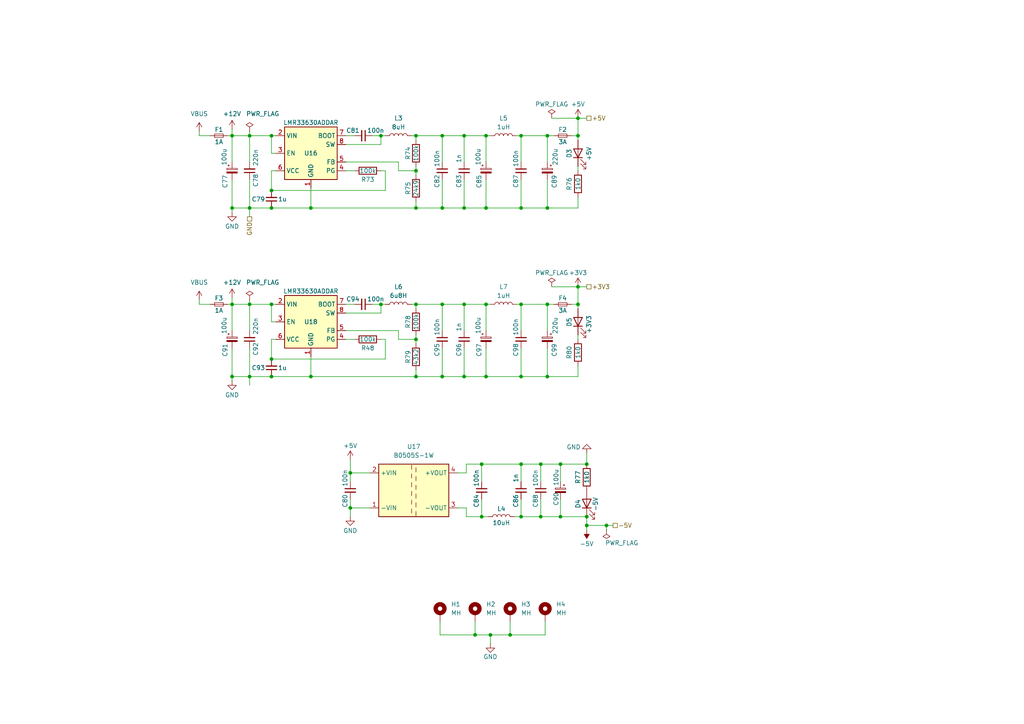
<source format=kicad_sch>
(kicad_sch (version 20231120) (generator "eeschema") (generator_version "8.0")
  (paper "A4")
  (lib_symbols
    (symbol "Counter_main-cache:+12V" (power) (pin_names (offset 0))
      (property "Value" "+12V" (at 0 3.556 0))
      (symbol "+12V_0_1"
        (polyline (pts (xy -0.762 1.27) (xy 0 2.54)))
        (polyline (pts (xy 0 0) (xy 0 2.54)))
        (polyline (pts (xy 0 2.54) (xy 0.762 1.27)))
      )
      (symbol "+12V_1_1"
        (pin power_in line (at 0 0 90) (length 0) hide (name "+12V") (number "1"))
      )
    )
    (symbol "Device:C_Polarized_Small" (pin_numbers hide) (pin_names (offset 0.254) hide)
      (property "Reference" "C" (at 0.254 1.778 0))
      (property "Value" "C_Polarized_Small" (at 0.254 -2.032 0))
      (symbol "C_Polarized_Small_0_1"
        (rectangle (start -1.524 -0.3048) (end 1.524 -0.6858) (fill (type outline)))
        (rectangle (start -1.524 0.6858) (end 1.524 0.3048))
        (polyline (pts (xy -1.27 1.524) (xy -0.762 1.524)))
        (polyline (pts (xy -1.016 1.27) (xy -1.016 1.778)))
      )
      (symbol "C_Polarized_Small_1_1"
        (pin passive line (at 0 2.54 270) (length 1.8542) (name "~") (number "1"))
        (pin passive line (at 0 -2.54 90) (length 1.8542) (name "~") (number "2"))
      )
    )
    (symbol "Device:C_Small" (pin_numbers hide) (pin_names (offset 0.254) hide)
      (property "Reference" "C" (at 0.254 1.778 0))
      (property "Value" "C_Small" (at 0.254 -2.032 0))
      (symbol "C_Small_0_1"
        (polyline (pts (xy -1.524 -0.508) (xy 1.524 -0.508)) (stroke (width 0.3302)))
        (polyline (pts (xy -1.524 0.508) (xy 1.524 0.508)) (stroke (width 0.3048)))
      )
      (symbol "C_Small_1_1"
        (pin passive line (at 0 2.54 270) (length 2.032) (name "~") (number "1"))
        (pin passive line (at 0 -2.54 90) (length 2.032) (name "~") (number "2"))
      )
    )
    (symbol "Device:Fuse_Small" (pin_numbers hide) (pin_names (offset 0.254) hide)
      (property "Reference" "F" (at 0 -1.524 0))
      (property "Value" "Fuse_Small" (at 0 1.524 0))
      (symbol "Fuse_Small_0_1"
        (rectangle (start -1.27 0.508) (end 1.27 -0.508))
        (polyline (pts (xy -1.27 0) (xy 1.27 0)))
      )
      (symbol "Fuse_Small_1_1"
        (pin passive line (at -2.54 0 0) (length 1.27) (name "~") (number "1"))
        (pin passive line (at 2.54 0 180) (length 1.27) (name "~") (number "2"))
      )
    )
    (symbol "Device:L" (pin_numbers hide) (pin_names (offset 1.016) hide)
      (property "Reference" "L" (at -1.27 0 90))
      (property "Value" "L" (at 1.905 0 90))
      (symbol "L_0_1"
        (arc (start 0 -2.54) (mid 0.6323 -1.905) (end 0 -1.27))
        (arc (start 0 -1.27) (mid 0.6323 -0.635) (end 0 0))
        (arc (start 0 0) (mid 0.6323 0.635) (end 0 1.27))
        (arc (start 0 1.27) (mid 0.6323 1.905) (end 0 2.54))
      )
      (symbol "L_1_1"
        (pin passive line (at 0 3.81 270) (length 1.27) (name "1") (number "1"))
        (pin passive line (at 0 -3.81 90) (length 1.27) (name "2") (number "2"))
      )
    )
    (symbol "Device:LED" (pin_numbers hide) (pin_names (offset 1.016) hide)
      (property "Reference" "D" (at 0 2.54 0))
      (property "Value" "LED" (at 0 -2.54 0))
      (symbol "LED_0_1"
        (polyline (pts (xy -1.27 -1.27) (xy -1.27 1.27)) (stroke (width 0.254)))
        (polyline (pts (xy -1.27 0) (xy 1.27 0)))
        (polyline (pts (xy 1.27 -1.27) (xy 1.27 1.27) (xy -1.27 0) (xy 1.27 -1.27)) (stroke (width 0.254)))
        (polyline (pts (xy -3.048 -0.762) (xy -4.572 -2.286) (xy -3.81 -2.286) (xy -4.572 -2.286) (xy -4.572 -1.524)))
        (polyline (pts (xy -1.778 -0.762) (xy -3.302 -2.286) (xy -2.54 -2.286) (xy -3.302 -2.286) (xy -3.302 -1.524)))
      )
      (symbol "LED_1_1"
        (pin passive line (at -3.81 0 0) (length 2.54) (name "K") (number "1"))
        (pin passive line (at 3.81 0 180) (length 2.54) (name "A") (number "2"))
      )
    )
    (symbol "Device:R" (pin_numbers hide) (pin_names (offset 0))
      (property "Reference" "R" (at 2.032 0 90))
      (property "Value" "R" (at 0 0 90))
      (symbol "R_0_1"
        (rectangle (start -1.016 -2.54) (end 1.016 2.54) (stroke (width 0.254)))
      )
      (symbol "R_1_1"
        (pin passive line (at 0 3.81 270) (length 1.27) (name "~") (number "1"))
        (pin passive line (at 0 -3.81 90) (length 1.27) (name "~") (number "2"))
      )
    )
    (symbol "Mechanical:MountingHole_Pad" (pin_numbers hide) (pin_names (offset 1.016) hide) (exclude_from_sim yes) (in_bom no)
      (property "Reference" "H" (at 0 6.35 0))
      (property "Value" "MountingHole_Pad" (at 0 4.445 0))
      (symbol "MountingHole_Pad_0_1"
        (circle (center 0 1.27) (radius 1.27) (stroke (width 1.27)))
      )
      (symbol "MountingHole_Pad_1_1"
        (pin input line (at 0 -2.54 90) (length 2.54) (name "1") (number "1"))
      )
    )
    (symbol "Regulator_Switching:CRE1S0505SC"
      (property "Reference" "U" (at -8.89 8.89 0))
      (property "Value" "CRE1S0505SC" (at 2.54 8.89 0))
      (symbol "CRE1S0505SC_0_1"
        (rectangle (start -10.16 7.62) (end 10.16 -7.62) (stroke (width 0.254)) (fill (type background)))
        (polyline (pts (xy -0.635 -5.334) (xy -0.635 -6.604)))
        (polyline (pts (xy -0.635 -2.794) (xy -0.635 -4.064)))
        (polyline (pts (xy -0.635 -0.254) (xy -0.635 -1.524)))
        (polyline (pts (xy -0.635 2.286) (xy -0.635 1.016)))
        (polyline (pts (xy -0.635 4.826) (xy -0.635 3.556)))
        (polyline (pts (xy -0.635 7.366) (xy -0.635 6.096)))
        (polyline (pts (xy 0.635 -7.366) (xy 0.635 -6.096)))
        (polyline (pts (xy 0.635 -4.826) (xy 0.635 -3.556)))
        (polyline (pts (xy 0.635 -2.286) (xy 0.635 -1.016)))
        (polyline (pts (xy 0.635 0.254) (xy 0.635 1.524)))
        (polyline (pts (xy 0.635 2.794) (xy 0.635 4.064)))
        (polyline (pts (xy 0.635 5.334) (xy 0.635 6.604)))
      )
      (symbol "CRE1S0505SC_1_1"
        (pin power_in line (at -12.7 -5.08 0) (length 2.54) (name "-VIN") (number "1"))
        (pin power_in line (at -12.7 5.08 0) (length 2.54) (name "+VIN") (number "2"))
        (pin power_out line (at 12.7 -5.08 180) (length 2.54) (name "-VOUT") (number "3"))
        (pin power_out line (at 12.7 5.08 180) (length 2.54) (name "+VOUT") (number "4"))
      )
    )
    (symbol "Regulator_Switching:LMR33630BDDA"
      (property "Reference" "U" (at 0 11.43 0))
      (property "Value" "LMR33630BDDA" (at 0 8.89 0))
      (symbol "LMR33630BDDA_0_1"
        (rectangle (start -7.62 7.62) (end 7.62 -7.62) (stroke (width 0.254)) (fill (type background)))
      )
      (symbol "LMR33630BDDA_1_1"
        (pin power_in line (at 0 -10.16 90) (length 2.54) (name "GND") (number "1"))
        (pin power_in line (at -10.16 5.08 0) (length 2.54) (name "VIN") (number "2"))
        (pin input line (at -10.16 0 0) (length 2.54) (name "EN") (number "3"))
        (pin open_collector line (at 10.16 -5.08 180) (length 2.54) (name "PG") (number "4"))
        (pin input line (at 10.16 -2.54 180) (length 2.54) (name "FB") (number "5"))
        (pin power_out line (at -10.16 -5.08 0) (length 2.54) (name "VCC") (number "6"))
        (pin input line (at 10.16 5.08 180) (length 2.54) (name "BOOT") (number "7"))
        (pin output line (at 10.16 2.54 180) (length 2.54) (name "SW") (number "8"))
        (pin passive line (at 0 -10.16 90) (length 2.54) hide (name "GND") (number "9"))
      )
    )
    (symbol "jnj_haz:+5V" (power) (pin_names (offset 0))
      (property "Value" "+5V" (at 0 3.556 0))
      (symbol "+5V_0_1"
        (polyline (pts (xy -0.762 1.27) (xy 0 2.54)))
        (polyline (pts (xy 0 0) (xy 0 2.54)))
        (polyline (pts (xy 0 2.54) (xy 0.762 1.27)))
      )
      (symbol "+5V_1_1"
        (pin power_in line (at 0 0 90) (length 0) hide (name "+5V") (number "1"))
      )
    )
    (symbol "jnj_haz:GND" (power) (pin_names (offset 0))
      (property "Value" "GND" (at 0 -3.81 0))
      (symbol "GND_0_1"
        (polyline (pts (xy 0 0) (xy 0 -1.27) (xy 1.27 -1.27) (xy 0 -2.54) (xy -1.27 -1.27) (xy 0 -1.27)))
      )
      (symbol "GND_1_1"
        (pin power_in line (at 0 0 270) (length 0) hide (name "GND") (number "1"))
      )
    )
    (symbol "power:-5V" (power) (pin_numbers hide) (pin_names (offset 0) hide)
      (property "Value" "-5V" (at 0 3.556 0))
      (symbol "-5V_0_0"
        (pin power_in line (at 0 0 90) (length 0) (name "~") (number "1"))
      )
      (symbol "-5V_0_1"
        (polyline (pts (xy 0 0) (xy 0 1.27) (xy 0.762 1.27) (xy 0 2.54) (xy -0.762 1.27) (xy 0 1.27)) (fill (type outline)))
      )
    )
    (symbol "power:GND" (power) (pin_numbers hide) (pin_names (offset 0) hide)
      (property "Value" "GND" (at 0 -3.81 0))
      (symbol "GND_0_1"
        (polyline (pts (xy 0 0) (xy 0 -1.27) (xy 1.27 -1.27) (xy 0 -2.54) (xy -1.27 -1.27) (xy 0 -1.27)))
      )
      (symbol "GND_1_1"
        (pin power_in line (at 0 0 270) (length 0) (name "~") (number "1"))
      )
    )
    (symbol "power:PWR_FLAG" (power) (pin_numbers hide) (pin_names (offset 0) hide)
      (property "Value" "PWR_FLAG" (at 0 3.81 0))
      (symbol "PWR_FLAG_0_0"
        (pin power_out line (at 0 0 90) (length 0) (name "~") (number "1"))
      )
      (symbol "PWR_FLAG_0_1"
        (polyline (pts (xy 0 0) (xy 0 1.27) (xy -1.016 1.905) (xy 0 2.54) (xy 1.016 1.905) (xy 0 1.27)))
      )
    )
    (symbol "power:VBUS" (power) (pin_numbers hide) (pin_names (offset 0) hide)
      (property "Value" "VBUS" (at 0 3.556 0))
      (symbol "VBUS_0_1"
        (polyline (pts (xy -0.762 1.27) (xy 0 2.54)))
        (polyline (pts (xy 0 0) (xy 0 2.54)))
        (polyline (pts (xy 0 2.54) (xy 0.762 1.27)))
      )
      (symbol "VBUS_1_1"
        (pin power_in line (at 0 0 90) (length 0) (name "~") (number "1"))
      )
    )
  )
  (junction (at 72.39 39.37))
  (junction (at 134.62 88.265))
  (junction (at 140.97 88.265))
  (junction (at 156.845 149.86))
  (junction (at 67.31 39.37))
  (junction (at 151.13 88.265))
  (junction (at 78.74 60.325))
  (junction (at 67.31 60.325))
  (junction (at 158.75 88.265))
  (junction (at 78.74 55.245))
  (junction (at 134.62 39.37))
  (junction (at 128.27 88.265))
  (junction (at 137.795 184.15))
  (junction (at 139.7 134.62))
  (junction (at 162.56 149.86))
  (junction (at 140.97 39.37))
  (junction (at 67.31 109.22))
  (junction (at 167.64 83.185))
  (junction (at 110.49 39.37))
  (junction (at 120.65 98.425))
  (junction (at 72.39 60.325))
  (junction (at 167.64 34.29))
  (junction (at 140.97 109.22))
  (junction (at 158.75 109.22))
  (junction (at 101.6 147.32))
  (junction (at 72.39 88.265))
  (junction (at 90.17 60.325))
  (junction (at 156.845 134.62))
  (junction (at 67.31 88.265))
  (junction (at 140.97 60.325))
  (junction (at 151.13 39.37))
  (junction (at 158.75 39.37))
  (junction (at 128.27 60.325))
  (junction (at 78.74 39.37))
  (junction (at 134.62 60.325))
  (junction (at 134.62 109.22))
  (junction (at 170.18 152.4))
  (junction (at 120.65 109.22))
  (junction (at 128.27 109.22))
  (junction (at 167.64 39.37))
  (junction (at 78.74 104.14))
  (junction (at 139.7 149.86))
  (junction (at 120.65 60.325))
  (junction (at 158.75 60.325))
  (junction (at 120.65 49.53))
  (junction (at 110.49 88.265))
  (junction (at 151.13 149.86))
  (junction (at 78.74 109.22))
  (junction (at 72.39 109.22))
  (junction (at 78.74 88.265))
  (junction (at 128.27 39.37))
  (junction (at 120.65 39.37))
  (junction (at 147.955 184.15))
  (junction (at 151.13 109.22))
  (junction (at 151.13 60.325))
  (junction (at 101.6 137.16))
  (junction (at 170.18 134.62))
  (junction (at 167.64 88.265))
  (junction (at 170.18 149.86))
  (junction (at 142.24 184.15))
  (junction (at 175.895 152.4))
  (junction (at 151.13 134.62))
  (junction (at 162.56 134.62))
  (junction (at 120.65 88.265))
  (junction (at 90.17 109.22))
  (wire (pts (xy 160.02 34.29) (xy 167.64 34.29)))
  (wire (pts (xy 175.895 153.67) (xy 175.895 152.4)))
  (wire (pts (xy 134.62 39.37) (xy 140.97 39.37)))
  (wire (pts (xy 127.635 184.15) (xy 137.795 184.15)))
  (wire (pts (xy 149.225 149.86) (xy 151.13 149.86)))
  (wire (pts (xy 67.31 88.265) (xy 72.39 88.265)))
  (wire (pts (xy 78.74 98.425) (xy 80.01 98.425)))
  (wire (pts (xy 139.7 149.86) (xy 141.605 149.86)))
  (wire (pts (xy 120.65 89.535) (xy 120.65 88.265)))
  (wire (pts (xy 80.01 88.265) (xy 78.74 88.265)))
  (wire (pts (xy 158.75 39.37) (xy 158.75 46.99)))
  (wire (pts (xy 162.56 139.7) (xy 162.56 134.62)))
  (wire (pts (xy 78.74 88.265) (xy 78.74 93.345)))
  (wire (pts (xy 66.04 39.37) (xy 67.31 39.37)))
  (wire (pts (xy 66.04 88.265) (xy 67.31 88.265)))
  (wire (pts (xy 140.97 39.37) (xy 142.24 39.37)))
  (wire (pts (xy 158.75 88.265) (xy 158.75 95.885)))
  (wire (pts (xy 151.13 88.265) (xy 151.13 95.885)))
  (wire (pts (xy 72.39 39.37) (xy 78.74 39.37)))
  (wire (pts (xy 120.65 98.425) (xy 120.65 97.155)))
  (wire (pts (xy 111.76 49.53) (xy 111.76 55.245)))
  (wire (pts (xy 156.845 149.86) (xy 162.56 149.86)))
  (wire (pts (xy 151.13 149.86) (xy 156.845 149.86)))
  (wire (pts (xy 134.62 60.325) (xy 140.97 60.325)))
  (wire (pts (xy 128.27 60.325) (xy 134.62 60.325)))
  (wire (pts (xy 72.39 60.325) (xy 78.74 60.325)))
  (wire (pts (xy 78.74 60.325) (xy 90.17 60.325)))
  (wire (pts (xy 80.01 44.45) (xy 78.74 44.45)))
  (wire (pts (xy 156.845 149.86) (xy 156.845 144.78)))
  (wire (pts (xy 140.97 39.37) (xy 140.97 46.99)))
  (wire (pts (xy 135.255 147.32) (xy 135.255 149.86)))
  (wire (pts (xy 156.845 134.62) (xy 156.845 139.7)))
  (wire (pts (xy 100.33 49.53) (xy 102.87 49.53)))
  (wire (pts (xy 140.97 52.07) (xy 140.97 60.325)))
  (wire (pts (xy 57.785 86.995) (xy 57.785 88.265)))
  (wire (pts (xy 128.27 100.965) (xy 128.27 109.22)))
  (wire (pts (xy 134.62 100.965) (xy 134.62 109.22)))
  (wire (pts (xy 78.74 55.245) (xy 78.74 49.53)))
  (wire (pts (xy 67.31 46.99) (xy 67.31 39.37)))
  (wire (pts (xy 167.64 106.045) (xy 167.64 109.22)))
  (wire (pts (xy 57.785 38.1) (xy 57.785 39.37)))
  (wire (pts (xy 120.65 60.325) (xy 128.27 60.325)))
  (wire (pts (xy 57.785 39.37) (xy 60.96 39.37)))
  (wire (pts (xy 140.97 60.325) (xy 151.13 60.325)))
  (wire (pts (xy 151.13 88.265) (xy 158.75 88.265)))
  (wire (pts (xy 167.64 57.15) (xy 167.64 60.325)))
  (wire (pts (xy 128.27 88.265) (xy 128.27 95.885)))
  (wire (pts (xy 158.75 60.325) (xy 167.64 60.325)))
  (wire (pts (xy 120.65 88.265) (xy 119.38 88.265)))
  (wire (pts (xy 127.635 180.34) (xy 127.635 184.15)))
  (wire (pts (xy 165.735 88.265) (xy 167.64 88.265)))
  (wire (pts (xy 170.18 134.62) (xy 162.56 134.62)))
  (wire (pts (xy 110.49 49.53) (xy 111.76 49.53)))
  (wire (pts (xy 120.65 107.315) (xy 120.65 109.22)))
  (wire (pts (xy 80.01 93.345) (xy 78.74 93.345)))
  (wire (pts (xy 162.56 149.86) (xy 170.18 149.86)))
  (wire (pts (xy 110.49 88.265) (xy 110.49 90.805)))
  (wire (pts (xy 139.7 144.78) (xy 139.7 149.86)))
  (wire (pts (xy 140.97 88.265) (xy 140.97 95.885)))
  (wire (pts (xy 140.97 100.965) (xy 140.97 109.22)))
  (wire (pts (xy 72.39 39.37) (xy 72.39 46.99)))
  (wire (pts (xy 142.24 184.15) (xy 147.955 184.15)))
  (wire (pts (xy 137.795 180.34) (xy 137.795 184.15)))
  (wire (pts (xy 134.62 109.22) (xy 140.97 109.22)))
  (wire (pts (xy 128.27 39.37) (xy 128.27 46.99)))
  (wire (pts (xy 101.6 147.32) (xy 101.6 149.86)))
  (wire (pts (xy 100.33 98.425) (xy 102.87 98.425)))
  (wire (pts (xy 135.255 137.16) (xy 135.255 134.62)))
  (wire (pts (xy 156.845 134.62) (xy 151.13 134.62)))
  (wire (pts (xy 101.6 144.78) (xy 101.6 147.32)))
  (wire (pts (xy 115.57 98.425) (xy 120.65 98.425)))
  (wire (pts (xy 101.6 133.35) (xy 101.6 137.16)))
  (wire (pts (xy 101.6 147.32) (xy 107.315 147.32)))
  (wire (pts (xy 128.27 52.07) (xy 128.27 60.325)))
  (wire (pts (xy 162.56 134.62) (xy 156.845 134.62)))
  (wire (pts (xy 67.31 109.22) (xy 72.39 109.22)))
  (wire (pts (xy 90.17 109.22) (xy 120.65 109.22)))
  (wire (pts (xy 110.49 90.805) (xy 100.33 90.805)))
  (wire (pts (xy 158.115 180.34) (xy 158.115 184.15)))
  (wire (pts (xy 115.57 46.99) (xy 115.57 49.53)))
  (wire (pts (xy 107.95 39.37) (xy 110.49 39.37)))
  (wire (pts (xy 135.255 149.86) (xy 139.7 149.86)))
  (wire (pts (xy 158.75 88.265) (xy 160.655 88.265)))
  (wire (pts (xy 139.7 134.62) (xy 139.7 139.7)))
  (wire (pts (xy 170.18 152.4) (xy 175.895 152.4)))
  (wire (pts (xy 100.33 39.37) (xy 102.87 39.37)))
  (wire (pts (xy 128.27 88.265) (xy 120.65 88.265)))
  (wire (pts (xy 67.31 60.325) (xy 72.39 60.325)))
  (wire (pts (xy 120.65 49.53) (xy 120.65 50.8)))
  (wire (pts (xy 149.86 88.265) (xy 151.13 88.265)))
  (wire (pts (xy 67.31 109.22) (xy 67.31 110.49)))
  (wire (pts (xy 111.76 104.14) (xy 78.74 104.14)))
  (wire (pts (xy 101.6 137.16) (xy 101.6 139.7)))
  (wire (pts (xy 120.65 58.42) (xy 120.65 60.325)))
  (wire (pts (xy 67.31 100.965) (xy 67.31 109.22)))
  (wire (pts (xy 134.62 88.265) (xy 134.62 95.885)))
  (wire (pts (xy 72.39 60.325) (xy 72.39 62.865)))
  (wire (pts (xy 165.735 39.37) (xy 167.64 39.37)))
  (wire (pts (xy 67.31 39.37) (xy 72.39 39.37)))
  (wire (pts (xy 67.31 37.465) (xy 67.31 39.37)))
  (wire (pts (xy 162.56 149.86) (xy 162.56 144.78)))
  (wire (pts (xy 115.57 49.53) (xy 120.65 49.53)))
  (wire (pts (xy 110.49 39.37) (xy 111.76 39.37)))
  (wire (pts (xy 120.65 109.22) (xy 128.27 109.22)))
  (wire (pts (xy 158.75 52.07) (xy 158.75 60.325)))
  (wire (pts (xy 134.62 88.265) (xy 128.27 88.265)))
  (wire (pts (xy 67.31 52.07) (xy 67.31 60.325)))
  (wire (pts (xy 132.715 147.32) (xy 135.255 147.32)))
  (wire (pts (xy 72.39 86.995) (xy 72.39 88.265)))
  (wire (pts (xy 160.02 83.185) (xy 167.64 83.185)))
  (wire (pts (xy 107.95 88.265) (xy 110.49 88.265)))
  (wire (pts (xy 147.955 180.34) (xy 147.955 184.15)))
  (wire (pts (xy 132.715 137.16) (xy 135.255 137.16)))
  (wire (pts (xy 110.49 88.265) (xy 111.76 88.265)))
  (wire (pts (xy 80.01 39.37) (xy 78.74 39.37)))
  (wire (pts (xy 134.62 39.37) (xy 134.62 46.99)))
  (wire (pts (xy 151.13 52.07) (xy 151.13 60.325)))
  (wire (pts (xy 90.17 54.61) (xy 90.17 60.325)))
  (wire (pts (xy 134.62 88.265) (xy 140.97 88.265)))
  (wire (pts (xy 137.795 184.15) (xy 142.24 184.15)))
  (wire (pts (xy 167.64 39.37) (xy 167.64 40.64)))
  (wire (pts (xy 57.785 88.265) (xy 60.96 88.265)))
  (wire (pts (xy 167.64 34.29) (xy 167.64 39.37)))
  (wire (pts (xy 128.27 39.37) (xy 120.65 39.37)))
  (wire (pts (xy 72.39 88.265) (xy 72.39 95.885)))
  (wire (pts (xy 167.64 83.185) (xy 167.64 88.265)))
  (wire (pts (xy 90.17 60.325) (xy 120.65 60.325)))
  (wire (pts (xy 67.31 95.885) (xy 67.31 88.265)))
  (wire (pts (xy 78.74 109.22) (xy 90.17 109.22)))
  (wire (pts (xy 147.955 184.15) (xy 158.115 184.15)))
  (wire (pts (xy 151.13 109.22) (xy 158.75 109.22)))
  (wire (pts (xy 67.31 86.36) (xy 67.31 88.265)))
  (wire (pts (xy 120.65 98.425) (xy 120.65 99.695)))
  (wire (pts (xy 67.31 60.325) (xy 67.31 61.595)))
  (wire (pts (xy 167.64 97.155) (xy 167.64 98.425)))
  (wire (pts (xy 175.895 152.4) (xy 177.8 152.4)))
  (wire (pts (xy 170.18 34.29) (xy 167.64 34.29)))
  (wire (pts (xy 142.24 184.15) (xy 142.24 186.69)))
  (wire (pts (xy 149.86 39.37) (xy 151.13 39.37)))
  (wire (pts (xy 78.74 49.53) (xy 80.01 49.53)))
  (wire (pts (xy 140.97 109.22) (xy 151.13 109.22)))
  (wire (pts (xy 78.74 104.14) (xy 78.74 98.425)))
  (wire (pts (xy 151.13 134.62) (xy 139.7 134.62)))
  (wire (pts (xy 170.18 149.86) (xy 170.18 152.4)))
  (wire (pts (xy 111.76 98.425) (xy 111.76 104.14)))
  (wire (pts (xy 128.27 109.22) (xy 134.62 109.22)))
  (wire (pts (xy 100.33 88.265) (xy 102.87 88.265)))
  (wire (pts (xy 151.13 39.37) (xy 151.13 46.99)))
  (wire (pts (xy 72.39 100.965) (xy 72.39 109.22)))
  (wire (pts (xy 134.62 39.37) (xy 128.27 39.37)))
  (wire (pts (xy 170.18 83.185) (xy 167.64 83.185)))
  (wire (pts (xy 120.65 39.37) (xy 119.38 39.37)))
  (wire (pts (xy 110.49 39.37) (xy 110.49 41.91)))
  (wire (pts (xy 78.74 39.37) (xy 78.74 44.45)))
  (wire (pts (xy 167.64 88.265) (xy 167.64 89.535)))
  (wire (pts (xy 135.255 134.62) (xy 139.7 134.62)))
  (wire (pts (xy 110.49 41.91) (xy 100.33 41.91)))
  (wire (pts (xy 115.57 95.885) (xy 115.57 98.425)))
  (wire (pts (xy 158.75 39.37) (xy 160.655 39.37)))
  (wire (pts (xy 151.13 100.965) (xy 151.13 109.22)))
  (wire (pts (xy 158.75 100.965) (xy 158.75 109.22)))
  (wire (pts (xy 72.39 109.22) (xy 72.39 111.76)))
  (wire (pts (xy 151.13 149.86) (xy 151.13 144.78)))
  (wire (pts (xy 110.49 98.425) (xy 111.76 98.425)))
  (wire (pts (xy 90.17 103.505) (xy 90.17 109.22)))
  (wire (pts (xy 111.76 55.245) (xy 78.74 55.245)))
  (wire (pts (xy 151.13 39.37) (xy 158.75 39.37)))
  (wire (pts (xy 170.18 131.445) (xy 170.18 134.62)))
  (wire (pts (xy 158.75 109.22) (xy 167.64 109.22)))
  (wire (pts (xy 151.13 60.325) (xy 158.75 60.325)))
  (wire (pts (xy 72.39 38.1) (xy 72.39 39.37)))
  (wire (pts (xy 170.18 152.4) (xy 170.18 153.67)))
  (wire (pts (xy 72.39 52.07) (xy 72.39 60.325)))
  (wire (pts (xy 120.65 40.64) (xy 120.65 39.37)))
  (wire (pts (xy 151.13 139.7) (xy 151.13 134.62)))
  (wire (pts (xy 100.33 95.885) (xy 115.57 95.885)))
  (wire (pts (xy 72.39 109.22) (xy 78.74 109.22)))
  (wire (pts (xy 140.97 88.265) (xy 142.24 88.265)))
  (wire (pts (xy 167.64 48.26) (xy 167.64 49.53)))
  (wire (pts (xy 100.33 46.99) (xy 115.57 46.99)))
  (wire (pts (xy 134.62 52.07) (xy 134.62 60.325)))
  (wire (pts (xy 72.39 88.265) (xy 78.74 88.265)))
  (wire (pts (xy 101.6 137.16) (xy 107.315 137.16)))
  (wire (pts (xy 120.65 49.53) (xy 120.65 48.26)))
  (hierarchical_label "+3V3" (shape passive) (at 170.18 83.185 0))
  (hierarchical_label "+5V" (shape passive) (at 170.18 34.29 0))
  (hierarchical_label "GND" (shape passive) (at 72.39 62.865 270))
  (hierarchical_label "-5V" (shape passive) (at 177.8 152.4 0))
  (symbol (lib_id "jnj_haz:GND") (at 170.18 131.445 180) (unit 1)
    (property "Reference" "#PWR0138" (effects (hide yes)))
    (property "Value" "GND" (at 166.37 129.667 0))
  )
  (symbol (lib_id "Device:LED") (at 167.64 93.345 90) (unit 1)
    (property "Reference" "D5" (at 165.1 92.075 0) (effects (justify right)))
    (property "Value" "+3V3" (at 170.815 91.44 0) (effects (justify right)))
    (property "Footprint" "LED_SMD:LED_0805_2012Metric" (effects (hide yes)))
    (property "Description" "Light emitting diode" (effects (hide yes)))
    (property "LCSC PN" "C375456" (effects (hide yes)))
    (property "LCSC link" "https://www.lcsc.com/product-detail/LED-Indication-Discrete_EKINGLUX-E6C0805YGAC1UDA_C375456.html" (effects (hide yes)))
  )
  (symbol (lib_id "Device:R") (at 106.68 98.425 90) (unit 1)
    (property "Reference" "R48" (at 106.68 100.965 90))
    (property "Value" "100k" (at 106.68 98.425 90))
    (property "Footprint" "Resistor_SMD:R_0805_2012Metric" (effects (hide yes)))
    (property "Description" "Resistor" (effects (hide yes)))
    (property "LCSC PN" "C149504" (effects (hide yes)))
    (property "LCSC link" "https://www.lcsc.com/product-detail/Chip-Resistor-Surface-Mount_UNI-ROYAL-Uniroyal-Elec-0805W8F1003T5E_C149504.html?s_z=n_C149504" (effects (hide yes)))
  )
  (symbol (lib_id "Device:C_Polarized_Small") (at 140.97 98.425 0) (unit 1)
    (property "Reference" "C97" (at 138.938 103.505 90) (effects (justify left)))
    (property "Value" "100u" (at 138.684 96.901 90) (effects (justify left)))
    (property "Footprint" "Capacitor_SMD:CP_Elec_6.3x5.4" (effects (hide yes)))
    (property "Description" "Polarized capacitor, small symbol" (effects (hide yes)))
    (property "LCSC PN" "C2918360" (effects (hide yes)))
    (property "LCSC link" "https://www.lcsc.com/product-detail/Aluminum-Electrolytic-Capacitors-SMD_ROQANG-RVT1E101M0605_C2918360.html" (effects (hide yes)))
  )
  (symbol (lib_id "Device:R") (at 120.65 54.61 180) (unit 1)
    (property "Reference" "R75" (at 118.364 54.61 90))
    (property "Value" "24k9" (at 120.65 54.61 90))
    (property "Footprint" "Resistor_SMD:R_0805_2012Metric" (effects (hide yes)))
    (property "Description" "Resistor" (effects (hide yes)))
    (property "LCSC PN" "C2930185" (effects (hide yes)))
    (property "LCSC link" "https://www.lcsc.com/product-detail/Chip-Resistor-Surface-Mount_FOJAN-FRC0805F2492TS_C2930185.html?s_z=n_C2930185" (effects (hide yes)))
  )
  (symbol (lib_id "Device:C_Small") (at 105.41 88.265 270) (mirror x) (unit 1)
    (property "Reference" "C94" (at 102.362 86.741 90))
    (property "Value" "100n" (at 108.966 86.741 90))
    (property "Footprint" "Capacitor_SMD:C_0805_2012Metric" (effects (hide yes)))
    (property "Description" "Unpolarized capacitor, small symbol" (effects (hide yes)))
    (property "LCSC PN" "C38141" (effects (hide yes)))
    (property "LCSC link" "https://www.lcsc.com/product-detail/Multilayer-Ceramic-Capacitors-MLCC-SMD-SMT_FH-Guangdong-Fenghua-Advanced-Tech-0805B104K500NT_C38141.html" (effects (hide yes)))
  )
  (symbol (lib_id "Device:C_Polarized_Small") (at 67.31 98.425 0) (unit 1)
    (property "Reference" "C91" (at 65.278 103.505 90) (effects (justify left)))
    (property "Value" "100u" (at 65.024 96.901 90) (effects (justify left)))
    (property "Footprint" "Capacitor_SMD:CP_Elec_6.3x5.4" (effects (hide yes)))
    (property "Description" "Polarized capacitor, small symbol" (effects (hide yes)))
    (property "LCSC PN" "C2918360" (effects (hide yes)))
    (property "LCSC link" "https://www.lcsc.com/product-detail/Aluminum-Electrolytic-Capacitors-SMD_ROQANG-RVT1E101M0605_C2918360.html" (effects (hide yes)))
  )
  (symbol (lib_id "power:PWR_FLAG") (at 175.895 153.67 180) (unit 1)
    (property "Reference" "#FLG03" (effects (hide yes)))
    (property "Value" "PWR_FLAG" (at 180.34 157.48 0))
    (property "Description" "Special symbol for telling ERC where power comes from" (effects (hide yes)))
  )
  (symbol (lib_id "jnj_haz:GND") (at 67.31 110.49 0) (unit 1)
    (property "Reference" "#PWR0145" (effects (hide yes)))
    (property "Value" "GND" (at 67.31 114.554 0))
  )
  (symbol (lib_id "Device:C_Polarized_Small") (at 140.97 49.53 0) (unit 1)
    (property "Reference" "C85" (at 138.938 54.61 90) (effects (justify left)))
    (property "Value" "100u" (at 138.684 48.006 90) (effects (justify left)))
    (property "Footprint" "Capacitor_SMD:CP_Elec_6.3x5.4" (effects (hide yes)))
    (property "Description" "Polarized capacitor, small symbol" (effects (hide yes)))
    (property "LCSC PN" "C2918360" (effects (hide yes)))
    (property "LCSC link" "https://www.lcsc.com/product-detail/Aluminum-Electrolytic-Capacitors-SMD_ROQANG-RVT1E101M0605_C2918360.html" (effects (hide yes)))
  )
  (symbol (lib_id "power:GND") (at 142.24 186.69 0) (unit 1)
    (property "Reference" "#PWR0134" (effects (hide yes)))
    (property "Value" "GND" (at 142.24 190.5 0))
  )
  (symbol (lib_id "Device:Fuse_Small") (at 63.5 39.37 0) (unit 1)
    (property "Reference" "F1" (at 63.5 37.592 0))
    (property "Value" "1A" (at 63.5 41.148 0))
    (property "Footprint" "Fuse:Fuse_1206_3216Metric" (effects (hide yes)))
    (property "Description" "Fuse, small symbol" (effects (hide yes)))
    (property "LCSC PN" "C182445" (effects (hide yes)))
    (property "LCSC link" "https://www.lcsc.com/product-detail/Disposable-fuses_Shenzhen-lanson-Elec-12H1300C_C182445.html" (effects (hide yes)))
  )
  (symbol (lib_id "Device:C_Polarized_Small") (at 162.56 142.24 0) (mirror y) (unit 1)
    (property "Reference" "C90" (at 161.29 146.685 90) (effects (justify left)))
    (property "Value" "100u" (at 161.29 140.97 90) (effects (justify left)))
    (property "Footprint" "Capacitor_SMD:CP_Elec_6.3x5.4" (effects (hide yes)))
    (property "Description" "Polarized capacitor, small symbol" (effects (hide yes)))
    (property "LCSC PN" "C2918360" (effects (hide yes)))
    (property "LCSC link" "https://www.lcsc.com/product-detail/Aluminum-Electrolytic-Capacitors-SMD_ROQANG-RVT1E101M0605_C2918360.html" (effects (hide yes)))
  )
  (symbol (lib_id "Device:Fuse_Small") (at 63.5 88.265 0) (unit 1)
    (property "Reference" "F3" (at 63.5 86.487 0))
    (property "Value" "1A" (at 63.5 90.043 0))
    (property "Footprint" "Fuse:Fuse_1206_3216Metric" (effects (hide yes)))
    (property "Description" "Fuse, small symbol" (effects (hide yes)))
    (property "LCSC PN" "C182445" (effects (hide yes)))
    (property "LCSC link" "https://www.lcsc.com/product-detail/Disposable-fuses_Shenzhen-lanson-Elec-12H1300C_C182445.html" (effects (hide yes)))
  )
  (symbol (lib_id "Device:R") (at 120.65 93.345 180) (unit 1)
    (property "Reference" "R78" (at 118.364 93.345 90))
    (property "Value" "100k" (at 120.65 93.345 90))
    (property "Footprint" "Resistor_SMD:R_0805_2012Metric" (effects (hide yes)))
    (property "Description" "Resistor" (effects (hide yes)))
    (property "LCSC PN" "C149504" (effects (hide yes)))
    (property "LCSC link" "https://www.lcsc.com/product-detail/Chip-Resistor-Surface-Mount_UNI-ROYAL-Uniroyal-Elec-0805W8F1003T5E_C149504.html?s_z=n_C149504" (effects (hide yes)))
  )
  (symbol (lib_id "Device:C_Small") (at 134.62 98.425 0) (mirror y) (unit 1)
    (property "Reference" "C96" (at 133.096 101.473 90))
    (property "Value" "1n" (at 133.096 94.869 90))
    (property "Footprint" "Capacitor_SMD:C_0805_2012Metric" (effects (hide yes)))
    (property "Description" "Unpolarized capacitor, small symbol" (effects (hide yes)))
    (property "LCSC PN" "C94121" (effects (hide yes)))
    (property "LCSC link" "https://www.lcsc.com/product-detail/Multilayer-Ceramic-Capacitors-MLCC-SMD-SMT_YAGEO-CC0805KRX7R9BB102_C94121.html" (effects (hide yes)))
  )
  (symbol (lib_id "Regulator_Switching:LMR33630BDDA") (at 90.17 44.45 0) (unit 1)
    (property "Reference" "U16" (at 90.17 44.45 0))
    (property "Value" "LMR33630ADDAR" (at 90.17 35.56 0))
    (property "Footprint" "Package_SO:Texas_HSOP-8-1EP_3.9x4.9mm_P1.27mm_ThermalVias" (effects (hide yes)))
    (property "Datasheet" "http://www.ti.com/lit/ds/symlink/lmr33630.pdf" (effects (hide yes)))
    (property "Description" "Simple Switcher Synchronous Buck Regulator, Vin=3.8-36V, Iout=3A, F=1400kHz, Adjustable output voltage, HSOP-8" (effects (hide yes)))
    (property "LCSC PN" "C841384" (effects (hide yes)))
    (property "LCSC link" "https://www.lcsc.com/product-detail/DC-DC-Converters_Texas-Instruments-LMR33630ADDAR_C841384.html?s_z=n_LMR33630" (effects (hide yes)))
  )
  (symbol (lib_id "Device:C_Small") (at 139.7 142.24 0) (mirror y) (unit 1)
    (property "Reference" "C84" (at 138.176 145.288 90))
    (property "Value" "100n" (at 138.176 138.684 90))
    (property "Footprint" "Capacitor_SMD:C_0805_2012Metric" (effects (hide yes)))
    (property "Description" "Unpolarized capacitor, small symbol" (effects (hide yes)))
    (property "LCSC PN" "C38141" (effects (hide yes)))
    (property "LCSC link" "https://www.lcsc.com/product-detail/Multilayer-Ceramic-Capacitors-MLCC-SMD-SMT_FH-Guangdong-Fenghua-Advanced-Tech-0805B104K500NT_C38141.html" (effects (hide yes)))
  )
  (symbol (lib_id "Device:L") (at 145.415 149.86 90) (unit 1)
    (property "Reference" "L4" (at 145.415 147.574 90))
    (property "Value" "10uH" (at 145.415 151.638 90))
    (property "Footprint" "Resistor_SMD:R_0805_2012Metric" (effects (hide yes)))
    (property "Description" "Inductor" (effects (hide yes)))
    (property "LCSC PN" "C2831365" (effects (hide yes)))
    (property "LCSC link" "https://www.lcsc.com/product-detail/Power-Inductors_Sunltech-Tech-SLM2012100MIT_C2831365.html" (effects (hide yes)))
  )
  (symbol (lib_id "Mechanical:MountingHole_Pad") (at 158.115 177.8 0) (unit 1) (exclude_from_sim yes) (in_bom no)
    (property "Reference" "H4" (at 161.29 175.2599 0) (effects (justify left)))
    (property "Value" "MH" (at 161.29 177.7999 0) (effects (justify left)))
    (property "Footprint" "MountingHole:MountingHole_3.2mm_M3_Pad_Via" (effects (hide yes)))
    (property "Description" "Mounting Hole with connection" (effects (hide yes)))
  )
  (symbol (lib_id "jnj_haz:+5V") (at 167.64 83.185 0) (unit 1)
    (property "Reference" "#PWR0146" (effects (hide yes)))
    (property "Value" "+3V3" (at 167.64 79.121 0))
  )
  (symbol (lib_id "Device:L") (at 115.57 88.265 90) (unit 1)
    (property "Reference" "L6" (at 115.57 83.185 90))
    (property "Value" "6u8H" (at 115.57 85.725 90))
    (property "Footprint" "Inductor_SMD:L_7.3x7.3_H3.5" (effects (hide yes)))
    (property "Description" "Inductor" (effects (hide yes)))
    (property "LCSC PN" "C19274374" (effects (hide yes)))
    (property "LCSC link" "https://www.lcsc.com/product-detail/Power-Inductors_SHOU-HAN-CYA0620-6-8UH_C19274374.html" (effects (hide yes)))
  )
  (symbol (lib_id "Regulator_Switching:LMR33630BDDA") (at 90.17 93.345 0) (unit 1)
    (property "Reference" "U18" (at 90.17 93.345 0))
    (property "Value" "LMR33630ADDAR" (at 90.17 84.455 0))
    (property "Footprint" "Package_SO:Texas_HSOP-8-1EP_3.9x4.9mm_P1.27mm_ThermalVias" (effects (hide yes)))
    (property "Datasheet" "http://www.ti.com/lit/ds/symlink/lmr33630.pdf" (effects (hide yes)))
    (property "Description" "Simple Switcher Synchronous Buck Regulator, Vin=3.8-36V, Iout=3A, F=1400kHz, Adjustable output voltage, HSOP-8" (effects (hide yes)))
    (property "LCSC PN" "C841384" (effects (hide yes)))
    (property "LCSC link" "https://www.lcsc.com/product-detail/DC-DC-Converters_Texas-Instruments-LMR33630ADDAR_C841384.html?s_z=n_LMR33630" (effects (hide yes)))
  )
  (symbol (lib_id "jnj_haz:GND") (at 67.31 61.595 0) (unit 1)
    (property "Reference" "#PWR0133" (effects (hide yes)))
    (property "Value" "GND" (at 67.31 65.659 0))
  )
  (symbol (lib_id "Device:C_Polarized_Small") (at 158.75 49.53 0) (mirror y) (unit 1)
    (property "Reference" "C89" (at 160.782 54.61 90) (effects (justify left)))
    (property "Value" "220u" (at 161.036 48.006 90) (effects (justify left)))
    (property "Footprint" "Capacitor_SMD:CP_Elec_6.3x7.7" (effects (hide yes)))
    (property "Description" "Polarized capacitor, small symbol" (effects (hide yes)))
    (property "LCSC PN" "C2918361" (effects (hide yes)))
    (property "LCSC link" "https://www.lcsc.com/product-detail/Aluminum-Electrolytic-Capacitors-SMD_ROQANG-RVT1E221M0607_C2918361.html" (effects (hide yes)))
  )
  (symbol (lib_id "Device:Fuse_Small") (at 163.195 39.37 0) (unit 1)
    (property "Reference" "F2" (at 163.195 37.592 0))
    (property "Value" "3A" (at 163.195 41.148 0))
    (property "Footprint" "Fuse:Fuse_1206_3216Metric" (effects (hide yes)))
    (property "Description" "Fuse, small symbol" (effects (hide yes)))
    (property "LCSC PN" "C182445" (effects (hide yes)))
    (property "LCSC link" "https://www.lcsc.com/product-detail/Disposable-fuses_Shenzhen-lanson-Elec-12H1300C_C182445.html" (effects (hide yes)))
  )
  (symbol (lib_id "Device:R") (at 170.18 138.43 180) (unit 1)
    (property "Reference" "R77" (at 167.64 138.43 90))
    (property "Value" "1k0" (at 170.18 138.43 90))
    (property "Footprint" "Resistor_SMD:R_0805_2012Metric" (effects (hide yes)))
    (property "Description" "Resistor" (effects (hide yes)))
    (property "LCSC PN" "C17513" (effects (hide yes)))
    (property "LCSC link" "https://www.lcsc.com/product-detail/Chip-Resistor-Surface-Mount_UNI-ROYAL-Uniroyal-Elec-0805W8F1001T5E_C17513.html?s_z=n_C17513" (effects (hide yes)))
  )
  (symbol (lib_id "power:PWR_FLAG") (at 72.39 86.995 0) (unit 1)
    (property "Reference" "#FLG05" (effects (hide yes)))
    (property "Value" "PWR_FLAG" (at 76.2 81.915 0))
    (property "Description" "Special symbol for telling ERC where power comes from" (effects (hide yes)))
  )
  (symbol (lib_id "Device:C_Small") (at 128.27 49.53 0) (mirror y) (unit 1)
    (property "Reference" "C82" (at 126.746 52.578 90))
    (property "Value" "100n" (at 126.746 45.974 90))
    (property "Footprint" "Capacitor_SMD:C_0805_2012Metric" (effects (hide yes)))
    (property "Description" "Unpolarized capacitor, small symbol" (effects (hide yes)))
    (property "LCSC PN" "C38141" (effects (hide yes)))
    (property "LCSC link" "https://www.lcsc.com/product-detail/Multilayer-Ceramic-Capacitors-MLCC-SMD-SMT_FH-Guangdong-Fenghua-Advanced-Tech-0805B104K500NT_C38141.html" (effects (hide yes)))
  )
  (symbol (lib_id "Device:C_Small") (at 156.845 142.24 0) (mirror y) (unit 1)
    (property "Reference" "C88" (at 155.321 145.288 90))
    (property "Value" "100n" (at 155.321 138.684 90))
    (property "Footprint" "Capacitor_SMD:C_0805_2012Metric" (effects (hide yes)))
    (property "Description" "Unpolarized capacitor, small symbol" (effects (hide yes)))
    (property "LCSC PN" "C38141" (effects (hide yes)))
    (property "LCSC link" "https://www.lcsc.com/product-detail/Multilayer-Ceramic-Capacitors-MLCC-SMD-SMT_FH-Guangdong-Fenghua-Advanced-Tech-0805B104K500NT_C38141.html" (effects (hide yes)))
  )
  (symbol (lib_id "Device:L") (at 146.05 39.37 90) (unit 1)
    (property "Reference" "L5" (at 146.05 34.29 90))
    (property "Value" "1uH" (at 146.05 36.83 90))
    (property "Footprint" "Resistor_SMD:R_0805_2012Metric" (effects (hide yes)))
    (property "Description" "Inductor" (effects (hide yes)))
    (property "LCSC PN" "C17701176" (effects (hide yes)))
    (property "LCSC link" "https://www.lcsc.com/product-detail/Power-Inductors_MetalLions-MTQH201210S1R0MBT_C17701176.html?s_z=n_C17701176" (effects (hide yes)))
  )
  (symbol (lib_id "power:VBUS") (at 57.785 86.995 0) (unit 1)
    (property "Reference" "#PWR0143" (effects (hide yes)))
    (property "Value" "VBUS" (at 57.785 81.915 0))
    (property "Description" "Power symbol creates a global label with name \"VBUS\"" (effects (hide yes)))
  )
  (symbol (lib_id "Device:C_Polarized_Small") (at 67.31 49.53 0) (unit 1)
    (property "Reference" "C77" (at 65.278 54.61 90) (effects (justify left)))
    (property "Value" "100u" (at 65.024 48.006 90) (effects (justify left)))
    (property "Footprint" "Capacitor_SMD:CP_Elec_6.3x5.4" (effects (hide yes)))
    (property "Description" "Polarized capacitor, small symbol" (effects (hide yes)))
    (property "LCSC PN" "C2918360" (effects (hide yes)))
    (property "LCSC link" "https://www.lcsc.com/product-detail/Aluminum-Electrolytic-Capacitors-SMD_ROQANG-RVT1E101M0605_C2918360.html" (effects (hide yes)))
  )
  (symbol (lib_id "Counter_main-cache:+12V") (at 67.31 86.36 0) (unit 1)
    (property "Reference" "#PWR0144" (effects (hide yes)))
    (property "Value" "+12V" (at 67.31 81.915 0))
  )
  (symbol (lib_id "Counter_main-cache:+12V") (at 67.31 37.465 0) (unit 1)
    (property "Reference" "#PWR0132" (effects (hide yes)))
    (property "Value" "+12V" (at 67.31 33.02 0))
  )
  (symbol (lib_id "power:PWR_FLAG") (at 72.39 38.1 0) (unit 1)
    (property "Reference" "#FLG01" (effects (hide yes)))
    (property "Value" "PWR_FLAG" (at 76.2 33.02 0))
    (property "Description" "Special symbol for telling ERC where power comes from" (effects (hide yes)))
  )
  (symbol (lib_id "Device:C_Small") (at 78.74 57.785 180) (unit 1)
    (property "Reference" "C79" (at 74.93 57.785 0))
    (property "Value" "1u" (at 81.915 57.785 0))
    (property "Footprint" "Capacitor_SMD:C_0805_2012Metric" (effects (hide yes)))
    (property "Description" "Unpolarized capacitor, small symbol" (effects (hide yes)))
    (property "LCSC PN" "C215803" (effects (hide yes)))
    (property "LCSC link" "https://www.lcsc.com/product-detail/Multilayer-Ceramic-Capacitors-MLCC-SMD-SMT_FH-Guangdong-Fenghua-Advanced-Tech-0805B105K500NT_C215803.html" (effects (hide yes)))
  )
  (symbol (lib_id "Device:C_Small") (at 151.13 142.24 0) (mirror y) (unit 1)
    (property "Reference" "C86" (at 149.606 145.288 90))
    (property "Value" "1n" (at 149.606 138.684 90))
    (property "Footprint" "Capacitor_SMD:C_0805_2012Metric" (effects (hide yes)))
    (property "Description" "Unpolarized capacitor, small symbol" (effects (hide yes)))
    (property "LCSC PN" "C94121" (effects (hide yes)))
    (property "LCSC link" "https://www.lcsc.com/product-detail/Multilayer-Ceramic-Capacitors-MLCC-SMD-SMT_YAGEO-CC0805KRX7R9BB102_C94121.html" (effects (hide yes)))
  )
  (symbol (lib_id "Device:L") (at 115.57 39.37 90) (unit 1)
    (property "Reference" "L3" (at 115.57 34.29 90))
    (property "Value" "8uH" (at 115.57 36.83 90))
    (property "Footprint" "Inductor_SMD:L_7.3x7.3_H3.5" (effects (hide yes)))
    (property "Description" "Inductor" (effects (hide yes)))
    (property "LCSC PN" "C167222" (effects (hide yes)))
    (property "LCSC link" "https://www.lcsc.com/product-detail/Power-Inductors_cjiang-Changjiang-Microelectronics-Tech-FXL0630-8R2-M_C167222.html?s_z=n_C167222" (effects (hide yes)))
  )
  (symbol (lib_id "jnj_haz:+5V") (at 167.64 34.29 0) (unit 1)
    (property "Reference" "#PWR0137" (effects (hide yes)))
    (property "Value" "+5V" (at 167.64 30.226 0))
  )
  (symbol (lib_id "Device:C_Small") (at 134.62 49.53 0) (mirror y) (unit 1)
    (property "Reference" "C83" (at 133.096 52.578 90))
    (property "Value" "1n" (at 133.096 45.974 90))
    (property "Footprint" "Capacitor_SMD:C_0805_2012Metric" (effects (hide yes)))
    (property "Description" "Unpolarized capacitor, small symbol" (effects (hide yes)))
    (property "LCSC PN" "C94121" (effects (hide yes)))
    (property "LCSC link" "https://www.lcsc.com/product-detail/Multilayer-Ceramic-Capacitors-MLCC-SMD-SMT_YAGEO-CC0805KRX7R9BB102_C94121.html" (effects (hide yes)))
  )
  (symbol (lib_id "Device:C_Small") (at 151.13 49.53 0) (mirror y) (unit 1)
    (property "Reference" "C87" (at 149.606 52.578 90))
    (property "Value" "100n" (at 149.606 45.974 90))
    (property "Footprint" "Capacitor_SMD:C_0805_2012Metric" (effects (hide yes)))
    (property "Description" "Unpolarized capacitor, small symbol" (effects (hide yes)))
    (property "LCSC PN" "C38141" (effects (hide yes)))
    (property "LCSC link" "https://www.lcsc.com/product-detail/Multilayer-Ceramic-Capacitors-MLCC-SMD-SMT_FH-Guangdong-Fenghua-Advanced-Tech-0805B104K500NT_C38141.html" (effects (hide yes)))
  )
  (symbol (lib_id "Device:C_Small") (at 128.27 98.425 0) (mirror y) (unit 1)
    (property "Reference" "C95" (at 126.746 101.473 90))
    (property "Value" "100n" (at 126.746 94.869 90))
    (property "Footprint" "Capacitor_SMD:C_0805_2012Metric" (effects (hide yes)))
    (property "Description" "Unpolarized capacitor, small symbol" (effects (hide yes)))
    (property "LCSC PN" "C38141" (effects (hide yes)))
    (property "LCSC link" "https://www.lcsc.com/product-detail/Multilayer-Ceramic-Capacitors-MLCC-SMD-SMT_FH-Guangdong-Fenghua-Advanced-Tech-0805B104K500NT_C38141.html" (effects (hide yes)))
  )
  (symbol (lib_id "Device:C_Polarized_Small") (at 158.75 98.425 0) (mirror y) (unit 1)
    (property "Reference" "C99" (at 160.782 103.505 90) (effects (justify left)))
    (property "Value" "220u" (at 161.036 96.901 90) (effects (justify left)))
    (property "Footprint" "Capacitor_SMD:CP_Elec_6.3x7.7" (effects (hide yes)))
    (property "Description" "Polarized capacitor, small symbol" (effects (hide yes)))
    (property "LCSC PN" "C2918361" (effects (hide yes)))
    (property "LCSC link" "https://www.lcsc.com/product-detail/Aluminum-Electrolytic-Capacitors-SMD_ROQANG-RVT1E221M0607_C2918361.html" (effects (hide yes)))
  )
  (symbol (lib_id "Device:C_Small") (at 72.39 49.53 0) (mirror x) (unit 1)
    (property "Reference" "C78" (at 74.168 52.324 90))
    (property "Value" "220n" (at 74.168 45.72 90))
    (property "Footprint" "Capacitor_SMD:C_0805_2012Metric" (effects (hide yes)))
    (property "Description" "Unpolarized capacitor, small symbol" (effects (hide yes)))
    (property "LCSC PN" "C6119934" (effects (hide yes)))
    (property "LCSC link" "https://www.lcsc.com/product-detail/Multilayer-Ceramic-Capacitors-MLCC-SMD-SMT_HRE-CGA0805X7R224K500MT_C6119934.html" (effects (hide yes)))
  )
  (symbol (lib_id "Device:L") (at 146.05 88.265 90) (unit 1)
    (property "Reference" "L7" (at 146.05 83.185 90))
    (property "Value" "1uH" (at 146.05 85.725 90))
    (property "Footprint" "Resistor_SMD:R_0805_2012Metric" (effects (hide yes)))
    (property "Description" "Inductor" (effects (hide yes)))
    (property "LCSC PN" "C17701176" (effects (hide yes)))
    (property "LCSC link" "https://www.lcsc.com/product-detail/Power-Inductors_MetalLions-MTQH201210S1R0MBT_C17701176.html?s_z=n_C17701176" (effects (hide yes)))
  )
  (symbol (lib_id "Device:R") (at 120.65 103.505 180) (unit 1)
    (property "Reference" "R79" (at 118.364 103.505 90))
    (property "Value" "43k2" (at 120.65 103.505 90))
    (property "Footprint" "Resistor_SMD:R_0805_2012Metric" (effects (hide yes)))
    (property "Description" "Resistor" (effects (hide yes)))
    (property "LCSC PN" "C2930198" (effects (hide yes)))
    (property "LCSC link" "https://www.lcsc.com/product-detail/Chip-Resistor-Surface-Mount_FOJAN-FRC0805F4322TS_C2930198.html" (effects (hide yes)))
  )
  (symbol (lib_id "Device:R") (at 120.65 44.45 180) (unit 1)
    (property "Reference" "R74" (at 118.364 44.45 90))
    (property "Value" "100k" (at 120.65 44.45 90))
    (property "Footprint" "Resistor_SMD:R_0805_2012Metric" (effects (hide yes)))
    (property "Description" "Resistor" (effects (hide yes)))
    (property "LCSC PN" "C149504" (effects (hide yes)))
    (property "LCSC link" "https://www.lcsc.com/product-detail/Chip-Resistor-Surface-Mount_UNI-ROYAL-Uniroyal-Elec-0805W8F1003T5E_C149504.html?s_z=n_C149504" (effects (hide yes)))
  )
  (symbol (lib_id "jnj_haz:+5V") (at 101.6 133.35 0) (unit 1)
    (property "Reference" "#PWR0135" (effects (hide yes)))
    (property "Value" "+5V" (at 101.6 129.286 0))
  )
  (symbol (lib_id "Device:LED") (at 167.64 44.45 90) (unit 1)
    (property "Reference" "D3" (at 165.1 43.18 0) (effects (justify right)))
    (property "Value" "+5V" (at 170.815 42.545 0) (effects (justify right)))
    (property "Footprint" "LED_SMD:LED_0805_2012Metric" (effects (hide yes)))
    (property "Description" "Light emitting diode" (effects (hide yes)))
    (property "LCSC PN" "C375456" (effects (hide yes)))
    (property "LCSC link" "https://www.lcsc.com/product-detail/LED-Indication-Discrete_EKINGLUX-E6C0805YGAC1UDA_C375456.html" (effects (hide yes)))
  )
  (symbol (lib_id "Device:R") (at 167.64 102.235 180) (unit 1)
    (property "Reference" "R80" (at 165.1 102.235 90))
    (property "Value" "1k0" (at 167.64 102.235 90))
    (property "Footprint" "Resistor_SMD:R_0805_2012Metric" (effects (hide yes)))
    (property "Description" "Resistor" (effects (hide yes)))
    (property "LCSC PN" "C17513" (effects (hide yes)))
    (property "LCSC link" "https://www.lcsc.com/product-detail/Chip-Resistor-Surface-Mount_UNI-ROYAL-Uniroyal-Elec-0805W8F1001T5E_C17513.html?s_z=n_C17513" (effects (hide yes)))
  )
  (symbol (lib_id "Mechanical:MountingHole_Pad") (at 137.795 177.8 0) (unit 1) (exclude_from_sim yes) (in_bom no)
    (property "Reference" "H2" (at 140.97 175.2599 0) (effects (justify left)))
    (property "Value" "MH" (at 140.97 177.7999 0) (effects (justify left)))
    (property "Footprint" "MountingHole:MountingHole_3.2mm_M3_Pad_Via" (effects (hide yes)))
    (property "Description" "Mounting Hole with connection" (effects (hide yes)))
  )
  (symbol (lib_id "power:PWR_FLAG") (at 160.02 83.185 0) (unit 1)
    (property "Reference" "#FLG06" (effects (hide yes)))
    (property "Value" "PWR_FLAG" (at 160.02 79.121 0))
    (property "Description" "Special symbol for telling ERC where power comes from" (effects (hide yes)))
  )
  (symbol (lib_id "Device:Fuse_Small") (at 163.195 88.265 0) (unit 1)
    (property "Reference" "F4" (at 163.195 86.487 0))
    (property "Value" "3A" (at 163.195 90.043 0))
    (property "Footprint" "Fuse:Fuse_1206_3216Metric" (effects (hide yes)))
    (property "Description" "Fuse, small symbol" (effects (hide yes)))
    (property "LCSC PN" "C182445" (effects (hide yes)))
    (property "LCSC link" "https://www.lcsc.com/product-detail/Disposable-fuses_Shenzhen-lanson-Elec-12H1300C_C182445.html" (effects (hide yes)))
  )
  (symbol (lib_id "Mechanical:MountingHole_Pad") (at 147.955 177.8 0) (unit 1) (exclude_from_sim yes) (in_bom no)
    (property "Reference" "H3" (at 151.13 175.2599 0) (effects (justify left)))
    (property "Value" "MH" (at 151.13 177.7999 0) (effects (justify left)))
    (property "Footprint" "MountingHole:MountingHole_3.2mm_M3_Pad_Via" (effects (hide yes)))
    (property "Description" "Mounting Hole with connection" (effects (hide yes)))
  )
  (symbol (lib_id "Device:C_Small") (at 101.6 142.24 0) (mirror y) (unit 1)
    (property "Reference" "C80" (at 100.076 145.288 90))
    (property "Value" "100n" (at 100.076 138.684 90))
    (property "Footprint" "Capacitor_SMD:C_0805_2012Metric" (effects (hide yes)))
    (property "Description" "Unpolarized capacitor, small symbol" (effects (hide yes)))
    (property "LCSC PN" "C38141" (effects (hide yes)))
    (property "LCSC link" "https://www.lcsc.com/product-detail/Multilayer-Ceramic-Capacitors-MLCC-SMD-SMT_FH-Guangdong-Fenghua-Advanced-Tech-0805B104K500NT_C38141.html" (effects (hide yes)))
  )
  (symbol (lib_id "Regulator_Switching:CRE1S0505SC") (at 120.015 142.24 0) (unit 1)
    (property "Reference" "U17" (at 120.015 129.54 0))
    (property "Value" "B0505S-1W" (at 120.015 132.08 0))
    (property "Footprint" "Converter_DCDC:Converter_DCDC_Murata_CRE1xxxxxxSC_THT" (effects (hide yes)))
    (property "Datasheet" "http://power.murata.com/datasheet?/data/power/ncl/kdc_cre1.pdf" (effects (hide yes)))
    (property "Description" "5V to 5V 200mA DC-DC Converter with 1kV isolation, SIP-4" (effects (hide yes)))
    (property "LCSC PN" "C7465127" (effects (hide yes)))
    (property "LCSC link" "https://www.lcsc.com/product-detail/Isolated-Power-Modules_EVISUN-B0505S-1W_C7465127.html" (effects (hide yes)))
  )
  (symbol (lib_id "jnj_haz:GND") (at 101.6 149.86 0) (unit 1)
    (property "Reference" "#PWR0136" (effects (hide yes)))
    (property "Value" "GND" (at 101.6 153.924 0))
  )
  (symbol (lib_id "Mechanical:MountingHole_Pad") (at 127.635 177.8 0) (unit 1) (exclude_from_sim yes) (in_bom no)
    (property "Reference" "H1" (at 130.81 175.2599 0) (effects (justify left)))
    (property "Value" "MH" (at 130.81 177.7999 0) (effects (justify left)))
    (property "Footprint" "MountingHole:MountingHole_3.2mm_M3_Pad_Via" (effects (hide yes)))
    (property "Description" "Mounting Hole with connection" (effects (hide yes)))
  )
  (symbol (lib_id "Device:C_Small") (at 78.74 106.68 180) (unit 1)
    (property "Reference" "C93" (at 74.93 106.68 0))
    (property "Value" "1u" (at 81.915 106.68 0))
    (property "Footprint" "Capacitor_SMD:C_0805_2012Metric" (effects (hide yes)))
    (property "Description" "Unpolarized capacitor, small symbol" (effects (hide yes)))
    (property "LCSC PN" "C215803" (effects (hide yes)))
    (property "LCSC link" "https://www.lcsc.com/product-detail/Multilayer-Ceramic-Capacitors-MLCC-SMD-SMT_FH-Guangdong-Fenghua-Advanced-Tech-0805B105K500NT_C215803.html" (effects (hide yes)))
  )
  (symbol (lib_id "power:-5V") (at 170.18 153.67 180) (unit 1)
    (property "Reference" "#PWR0139" (effects (hide yes)))
    (property "Value" "-5V" (at 170.18 157.734 0))
    (property "Description" "Power symbol creates a global label with name \"-5V\"" (effects (hide yes)))
  )
  (symbol (lib_id "Device:C_Small") (at 105.41 39.37 270) (mirror x) (unit 1)
    (property "Reference" "C81" (at 102.362 37.846 90))
    (property "Value" "100n" (at 108.966 37.846 90))
    (property "Footprint" "Capacitor_SMD:C_0805_2012Metric" (effects (hide yes)))
    (property "Description" "Unpolarized capacitor, small symbol" (effects (hide yes)))
    (property "LCSC PN" "C38141" (effects (hide yes)))
    (property "LCSC link" "https://www.lcsc.com/product-detail/Multilayer-Ceramic-Capacitors-MLCC-SMD-SMT_FH-Guangdong-Fenghua-Advanced-Tech-0805B104K500NT_C38141.html" (effects (hide yes)))
  )
  (symbol (lib_id "Device:C_Small") (at 72.39 98.425 0) (mirror x) (unit 1)
    (property "Reference" "C92" (at 74.168 101.219 90))
    (property "Value" "220n" (at 74.168 94.615 90))
    (property "Footprint" "Capacitor_SMD:C_0805_2012Metric" (effects (hide yes)))
    (property "Description" "Unpolarized capacitor, small symbol" (effects (hide yes)))
    (property "LCSC PN" "C6119934" (effects (hide yes)))
    (property "LCSC link" "https://www.lcsc.com/product-detail/Multilayer-Ceramic-Capacitors-MLCC-SMD-SMT_HRE-CGA0805X7R224K500MT_C6119934.html" (effects (hide yes)))
  )
  (symbol (lib_id "power:VBUS") (at 57.785 38.1 0) (unit 1)
    (property "Reference" "#PWR0131" (effects (hide yes)))
    (property "Value" "VBUS" (at 57.785 33.02 0))
    (property "Description" "Power symbol creates a global label with name \"VBUS\"" (effects (hide yes)))
  )
  (symbol (lib_id "Device:R") (at 167.64 53.34 180) (unit 1)
    (property "Reference" "R76" (at 165.1 53.34 90))
    (property "Value" "1k0" (at 167.64 53.34 90))
    (property "Footprint" "Resistor_SMD:R_0805_2012Metric" (effects (hide yes)))
    (property "Description" "Resistor" (effects (hide yes)))
    (property "LCSC PN" "C17513" (effects (hide yes)))
    (property "LCSC link" "https://www.lcsc.com/product-detail/Chip-Resistor-Surface-Mount_UNI-ROYAL-Uniroyal-Elec-0805W8F1001T5E_C17513.html?s_z=n_C17513" (effects (hide yes)))
  )
  (symbol (lib_id "Device:R") (at 106.68 49.53 90) (unit 1)
    (property "Reference" "R73" (at 106.68 52.07 90))
    (property "Value" "100k" (at 106.68 49.53 90))
    (property "Footprint" "Resistor_SMD:R_0805_2012Metric" (effects (hide yes)))
    (property "Description" "Resistor" (effects (hide yes)))
    (property "LCSC PN" "C149504" (effects (hide yes)))
    (property "LCSC link" "https://www.lcsc.com/product-detail/Chip-Resistor-Surface-Mount_UNI-ROYAL-Uniroyal-Elec-0805W8F1003T5E_C149504.html?s_z=n_C149504" (effects (hide yes)))
  )
  (symbol (lib_id "Device:LED") (at 170.18 146.05 90) (unit 1)
    (property "Reference" "D4" (at 167.64 144.78 0) (effects (justify right)))
    (property "Value" "-5V" (at 172.72 144.145 0) (effects (justify right)))
    (property "Footprint" "LED_SMD:LED_0805_2012Metric" (effects (hide yes)))
    (property "Description" "Light emitting diode" (effects (hide yes)))
    (property "LCSC PN" "C375456" (effects (hide yes)))
    (property "LCSC link" "https://www.lcsc.com/product-detail/LED-Indication-Discrete_EKINGLUX-E6C0805YGAC1UDA_C375456.html" (effects (hide yes)))
  )
  (symbol (lib_id "power:PWR_FLAG") (at 160.02 34.29 0) (unit 1)
    (property "Reference" "#FLG02" (effects (hide yes)))
    (property "Value" "PWR_FLAG" (at 160.02 30.226 0))
    (property "Description" "Special symbol for telling ERC where power comes from" (effects (hide yes)))
  )
  (symbol (lib_id "Device:C_Small") (at 151.13 98.425 0) (mirror y) (unit 1)
    (property "Reference" "C98" (at 149.606 101.473 90))
    (property "Value" "100n" (at 149.606 94.869 90))
    (property "Footprint" "Capacitor_SMD:C_0805_2012Metric" (effects (hide yes)))
    (property "Description" "Unpolarized capacitor, small symbol" (effects (hide yes)))
    (property "LCSC PN" "C38141" (effects (hide yes)))
    (property "LCSC link" "https://www.lcsc.com/product-detail/Multilayer-Ceramic-Capacitors-MLCC-SMD-SMT_FH-Guangdong-Fenghua-Advanced-Tech-0805B104K500NT_C38141.html" (effects (hide yes)))
  )
)
</source>
